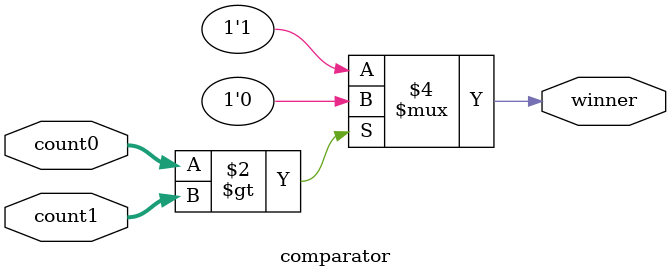
<source format=v>
`timescale 1ns / 1ps


module comparator(
    input [31:0] count0, count1,
    output reg winner
    );
    
    always@(*) begin
        if (count0 > count1)
            winner <= 1'b0;
        else
            winner <= 1'b1;
    end
    
endmodule

</source>
